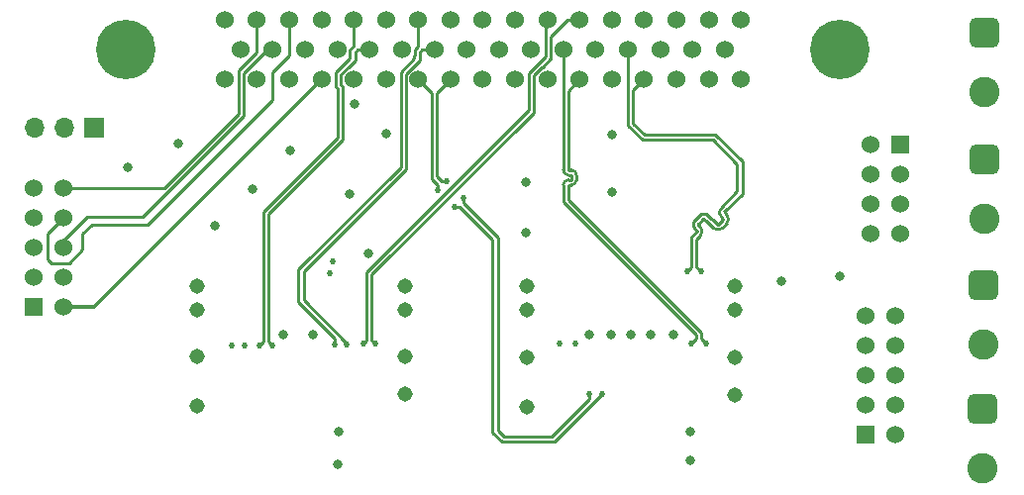
<source format=gbr>
%TF.GenerationSoftware,KiCad,Pcbnew,(6.0.4-0)*%
%TF.CreationDate,2023-07-13T10:21:46-07:00*%
%TF.ProjectId,CableAdapterBoard,4361626c-6541-4646-9170-746572426f61,rev?*%
%TF.SameCoordinates,Original*%
%TF.FileFunction,Copper,L2,Inr*%
%TF.FilePolarity,Positive*%
%FSLAX46Y46*%
G04 Gerber Fmt 4.6, Leading zero omitted, Abs format (unit mm)*
G04 Created by KiCad (PCBNEW (6.0.4-0)) date 2023-07-13 10:21:46*
%MOMM*%
%LPD*%
G01*
G04 APERTURE LIST*
G04 Aperture macros list*
%AMRoundRect*
0 Rectangle with rounded corners*
0 $1 Rounding radius*
0 $2 $3 $4 $5 $6 $7 $8 $9 X,Y pos of 4 corners*
0 Add a 4 corners polygon primitive as box body*
4,1,4,$2,$3,$4,$5,$6,$7,$8,$9,$2,$3,0*
0 Add four circle primitives for the rounded corners*
1,1,$1+$1,$2,$3*
1,1,$1+$1,$4,$5*
1,1,$1+$1,$6,$7*
1,1,$1+$1,$8,$9*
0 Add four rect primitives between the rounded corners*
20,1,$1+$1,$2,$3,$4,$5,0*
20,1,$1+$1,$4,$5,$6,$7,0*
20,1,$1+$1,$6,$7,$8,$9,0*
20,1,$1+$1,$8,$9,$2,$3,0*%
G04 Aperture macros list end*
%TA.AperFunction,ComponentPad*%
%ADD10R,1.700000X1.700000*%
%TD*%
%TA.AperFunction,ComponentPad*%
%ADD11O,1.700000X1.700000*%
%TD*%
%TA.AperFunction,ComponentPad*%
%ADD12C,1.308000*%
%TD*%
%TA.AperFunction,ComponentPad*%
%ADD13R,1.530000X1.530000*%
%TD*%
%TA.AperFunction,ComponentPad*%
%ADD14C,1.530000*%
%TD*%
%TA.AperFunction,ComponentPad*%
%ADD15RoundRect,0.650000X-0.650000X0.650000X-0.650000X-0.650000X0.650000X-0.650000X0.650000X0.650000X0*%
%TD*%
%TA.AperFunction,ComponentPad*%
%ADD16C,2.600000*%
%TD*%
%TA.AperFunction,ComponentPad*%
%ADD17C,1.524000*%
%TD*%
%TA.AperFunction,ComponentPad*%
%ADD18C,5.080000*%
%TD*%
%TA.AperFunction,ViaPad*%
%ADD19C,0.800000*%
%TD*%
%TA.AperFunction,ViaPad*%
%ADD20C,0.520700*%
%TD*%
%TA.AperFunction,Conductor*%
%ADD21C,0.228600*%
%TD*%
%TA.AperFunction,Conductor*%
%ADD22C,0.304800*%
%TD*%
G04 APERTURE END LIST*
D10*
%TO.N,DGND*%
%TO.C,JP1*%
X103610000Y-82200000D03*
D11*
%TO.N,/d-sub-shield*%
X101070000Y-82200000D03*
%TO.N,AGND*%
X98530000Y-82200000D03*
%TD*%
D12*
%TO.N,DGND*%
%TO.C,J21*%
X158425000Y-105040000D03*
X158425000Y-101800000D03*
X158425000Y-97800000D03*
X158425000Y-95770000D03*
X140625000Y-95770000D03*
X140625000Y-97800000D03*
X140625000Y-101800000D03*
X140625000Y-106040000D03*
%TD*%
D13*
%TO.N,AGND*%
%TO.C,J2*%
X169595000Y-108422500D03*
D14*
%TO.N,unconnected-(J2-Pad02)*%
X169595000Y-105882500D03*
%TO.N,unconnected-(J2-Pad03)*%
X169595000Y-103342500D03*
%TO.N,unconnected-(J2-Pad04)*%
X169595000Y-100802500D03*
%TO.N,AGND*%
X169595000Y-98262500D03*
%TO.N,unconnected-(J2-Pad06)*%
X172135000Y-108422500D03*
%TO.N,unconnected-(J2-Pad07)*%
X172135000Y-105882500D03*
%TO.N,unconnected-(J2-Pad08)*%
X172135000Y-103342500D03*
%TO.N,/VDD2_Sense*%
X172135000Y-100802500D03*
%TO.N,/VDD1_Sense*%
X172135000Y-98262500D03*
%TD*%
D15*
%TO.N,DGND*%
%TO.C,TP4*%
X179600000Y-106220000D03*
D16*
%TO.N,/VDD2_Sense*%
X179600000Y-111300000D03*
%TD*%
D13*
%TO.N,AGND*%
%TO.C,J3*%
X98495000Y-97497500D03*
D14*
X98495000Y-94957500D03*
X98495000Y-92417500D03*
X98495000Y-89877500D03*
X98495000Y-87337500D03*
%TO.N,/HS_Vdiff*%
X101035000Y-97497500D03*
%TO.N,unconnected-(J3-Pad07)*%
X101035000Y-94957500D03*
%TO.N,/ADC_MON_VIN_P*%
X101035000Y-92417500D03*
%TO.N,/ADC_MON_VCOM*%
X101035000Y-89877500D03*
%TO.N,/ADC_MON_VIN_N*%
X101035000Y-87337500D03*
%TD*%
D15*
%TO.N,AGND*%
%TO.C,TP2*%
X179720000Y-84890000D03*
D16*
%TO.N,/VDD1*%
X179720000Y-89970000D03*
%TD*%
D15*
%TO.N,DGND*%
%TO.C,TP3*%
X179770000Y-74100000D03*
D16*
%TO.N,/VDD2*%
X179770000Y-79180000D03*
%TD*%
D12*
%TO.N,DGND*%
%TO.C,J31*%
X130225000Y-104990000D03*
X130225000Y-101750000D03*
X130225000Y-97750000D03*
X130225000Y-95720000D03*
X112425000Y-95720000D03*
X112425000Y-97750000D03*
X112425000Y-101750000D03*
X112425000Y-105990000D03*
%TD*%
D13*
%TO.N,AGND*%
%TO.C,J1*%
X172595000Y-83665000D03*
D14*
X172595000Y-86205000D03*
X172595000Y-88745000D03*
X172595000Y-91285000D03*
%TO.N,/VDD2*%
X170055000Y-83665000D03*
X170055000Y-86205000D03*
%TO.N,/VDD1*%
X170055000Y-88745000D03*
X170055000Y-91285000D03*
%TD*%
D17*
%TO.N,DGND*%
%TO.C,DSUB1*%
X158938600Y-78086500D03*
%TO.N,/RD_CLK_P*%
X156195400Y-78086500D03*
%TO.N,DGND*%
X153426800Y-78086500D03*
%TO.N,/DATA_OUT_1_P*%
X150658200Y-78086500D03*
%TO.N,DGND*%
X147915000Y-78086500D03*
%TO.N,/DATA_OUT_0_P*%
X145146400Y-78086500D03*
%TO.N,DGND*%
X142377800Y-78086500D03*
%TO.N,/ASIC_SR0_P*%
X139634600Y-78086500D03*
%TO.N,DGND*%
X136866000Y-78086500D03*
%TO.N,/WORD_CLK_0_N*%
X134097400Y-78086500D03*
%TO.N,/WORD_CLK_0_P*%
X131354200Y-78086500D03*
%TO.N,DGND*%
X128585600Y-78086500D03*
%TO.N,AGND*%
X125817000Y-78086500D03*
%TO.N,/HS_Vdiff*%
X123073800Y-78086500D03*
%TO.N,/VDD1*%
X120305200Y-78086500D03*
X117536600Y-78086500D03*
%TO.N,AGND*%
X114793400Y-78086500D03*
%TO.N,/VDD2*%
X157567000Y-75546500D03*
%TO.N,/RD_CLK_N*%
X154798400Y-75546500D03*
%TO.N,DGND*%
X152055200Y-75546500D03*
%TO.N,/DATA_OUT_1_N*%
X149286600Y-75546500D03*
%TO.N,DGND*%
X146518000Y-75546500D03*
%TO.N,/DATA_OUT_0_N*%
X143749400Y-75546500D03*
%TO.N,/ASIC_GR*%
X141006200Y-75546500D03*
%TO.N,/ASIC_SR0_N*%
X138237600Y-75546500D03*
%TO.N,DGND*%
X135469000Y-75546500D03*
%TO.N,/SACI_CMD_P*%
X132725800Y-75546500D03*
%TO.N,DGND*%
X129957200Y-75546500D03*
%TO.N,/SACI_CLK_P*%
X127188600Y-75546500D03*
%TO.N,/ASIC_SACI_SEL*%
X124445400Y-75546500D03*
%TO.N,AGND*%
X121676800Y-75546500D03*
%TO.N,/ADC_MON_VIN_P*%
X118908200Y-75546500D03*
%TO.N,AGND*%
X116165000Y-75546500D03*
%TO.N,/VDD2*%
X158938600Y-73006500D03*
%TO.N,/ASIC_SampClkEn_P*%
X156195400Y-73006500D03*
%TO.N,/ASIC_SampClkEn_N*%
X153426800Y-73006500D03*
%TO.N,/VDD2_Sense*%
X150658200Y-73006500D03*
%TO.N,DGND*%
X147915000Y-73006500D03*
%TO.N,/SACI_RESP_P*%
X145146400Y-73006500D03*
%TO.N,/SACI_RESP_N*%
X142377800Y-73006500D03*
%TO.N,DGND*%
X139634600Y-73006500D03*
X136866000Y-73006500D03*
%TO.N,/ASIC_PULSE*%
X134097400Y-73006500D03*
%TO.N,/SACI_CMD_N*%
X131354200Y-73006500D03*
%TO.N,DGND*%
X128585600Y-73006500D03*
%TO.N,/SACI_CLK_N*%
X125817000Y-73006500D03*
%TO.N,AGND*%
X123073800Y-73006500D03*
%TO.N,/ADC_MON_VCOM*%
X120305200Y-73006500D03*
%TO.N,/ADC_MON_VIN_N*%
X117536600Y-73006500D03*
%TO.N,/VDD1_Sense*%
X114793400Y-73006500D03*
D18*
%TO.N,/d-sub-shield*%
X106309800Y-75546500D03*
X167422200Y-75546500D03*
%TD*%
D15*
%TO.N,AGND*%
%TO.C,TP1*%
X179670000Y-95630000D03*
D16*
%TO.N,/VDD1_Sense*%
X179670000Y-100710000D03*
%TD*%
D19*
%TO.N,DGND*%
X119840000Y-99900000D03*
X147920000Y-87730000D03*
X162420000Y-95360000D03*
X145980000Y-99900000D03*
X110800000Y-83560000D03*
X125520000Y-87840000D03*
X114000000Y-90600000D03*
X128610000Y-82720000D03*
X140580000Y-86820000D03*
X125910000Y-80150000D03*
X140580000Y-91140000D03*
X117200000Y-87460000D03*
X124520000Y-108170000D03*
X147920000Y-82770000D03*
X154610000Y-108190000D03*
X120390000Y-84110000D03*
X153170000Y-99890000D03*
X122320000Y-99900000D03*
X149560000Y-99890000D03*
X151260000Y-99890000D03*
X147840000Y-99890000D03*
D20*
%TO.N,/RD_CLK_P*%
X144760000Y-100620000D03*
%TO.N,/DATA_OUT_1_P*%
X155510001Y-94499989D03*
%TO.N,/DATA_OUT_0_P*%
X155970000Y-100620000D03*
%TO.N,/ASIC_SR0_P*%
X116480006Y-100819991D03*
%TO.N,/WORD_CLK_0_N*%
X145999987Y-104999993D03*
X133746240Y-86753776D03*
X135239430Y-88246966D03*
%TO.N,/WORD_CLK_0_P*%
X147049998Y-104999993D03*
X134496962Y-88989433D03*
X133003773Y-87496244D03*
D19*
%TO.N,AGND*%
X167390000Y-94890000D03*
X154600000Y-110660000D03*
X106540000Y-85610000D03*
X124450000Y-111020000D03*
D20*
%TO.N,/RD_CLK_N*%
X143460000Y-100630000D03*
%TO.N,/DATA_OUT_1_N*%
X154359991Y-94499989D03*
%TO.N,/DATA_OUT_0_N*%
X154700000Y-100620000D03*
%TO.N,/ASIC_SR0_N*%
X115380008Y-100819991D03*
%TO.N,/SACI_CMD_P*%
X125270006Y-100740007D03*
%TO.N,/SACI_CLK_P*%
X118869993Y-100800002D03*
D19*
%TO.N,/ASIC_SACI_SEL*%
X127125000Y-92925000D03*
D20*
%TO.N,/ASIC_SampClkEn_P*%
X124060001Y-93590008D03*
%TO.N,/ASIC_SampClkEn_N*%
X123820000Y-94620000D03*
%TO.N,/SACI_RESP_P*%
X127650011Y-100670004D03*
%TO.N,/SACI_RESP_N*%
X126629998Y-100670004D03*
%TO.N,/SACI_CMD_N*%
X124170000Y-100730000D03*
%TO.N,/SACI_CLK_N*%
X117780003Y-100800002D03*
%TD*%
D21*
%TO.N,/DATA_OUT_1_P*%
X157727027Y-89635595D02*
X157727028Y-89635595D01*
X155150001Y-91768199D02*
X155471600Y-91446600D01*
X156214344Y-90385655D02*
X156595656Y-90766968D01*
X155150001Y-94140001D02*
X155150001Y-91768199D01*
X157727028Y-89635595D02*
X157567927Y-89476494D01*
X155471600Y-90683978D02*
X155471601Y-90683976D01*
X155966575Y-90189005D02*
X156188787Y-90411217D01*
X150693200Y-82775000D02*
X149736601Y-81818401D01*
X155471601Y-90683976D02*
X155312501Y-90524876D01*
X155510000Y-94500000D02*
X155150001Y-94140001D01*
X155807474Y-90029904D02*
X155966575Y-90189005D01*
X159075000Y-87843200D02*
X159075000Y-85106800D01*
X156743200Y-82775000D02*
X150693200Y-82775000D01*
X149736601Y-79008099D02*
X150658200Y-78086500D01*
X159075000Y-85106800D02*
X156743200Y-82775000D01*
X157358279Y-90766968D02*
X157727028Y-90398218D01*
X157358280Y-90766968D02*
X157358279Y-90766968D01*
X149736601Y-81818401D02*
X149736601Y-79008099D01*
X155312501Y-90398652D02*
X155681250Y-90029904D01*
X156188787Y-90411217D02*
X156214344Y-90385655D01*
X157567927Y-89350270D02*
X159075000Y-87843200D01*
X157358279Y-90766967D02*
G75*
G02*
X156595657Y-90766967I-381311J381310D01*
G01*
X155312537Y-90398688D02*
G75*
G03*
X155312501Y-90524876I63063J-63112D01*
G01*
X155807474Y-90029904D02*
G75*
G03*
X155681250Y-90029904I-63112J-63111D01*
G01*
X155471589Y-90683989D02*
G75*
G02*
X155471600Y-91446600I-381289J-381311D01*
G01*
X157727034Y-89635588D02*
G75*
G02*
X157727028Y-90398218I-381334J-381312D01*
G01*
X157567945Y-89350288D02*
G75*
G03*
X157567927Y-89476494I63055J-63112D01*
G01*
%TO.N,/DATA_OUT_0_P*%
X155550001Y-99731801D02*
X144199401Y-88381201D01*
X155970000Y-100620000D02*
X155550001Y-100200001D01*
X144424400Y-85800599D02*
X144199400Y-85800599D01*
X144199400Y-85800599D02*
X144199401Y-79033499D01*
X155550001Y-100200001D02*
X155550001Y-99731801D01*
X144199401Y-79033499D02*
X145146400Y-78086500D01*
X144874400Y-86650599D02*
X144874400Y-86250599D01*
X144199401Y-88381201D02*
X144199400Y-87100599D01*
X144199400Y-87100599D02*
X144424400Y-87100599D01*
X144424400Y-85800600D02*
G75*
G02*
X144874400Y-86250599I0J-450000D01*
G01*
X144874399Y-86650599D02*
G75*
G02*
X144424400Y-87100599I-449999J-1D01*
G01*
%TO.N,/WORD_CLK_0_N*%
X138158600Y-91590404D02*
X135239430Y-88671234D01*
X132950801Y-79233099D02*
X132950800Y-80975000D01*
X138714690Y-108621400D02*
X138158600Y-108065310D01*
X132950800Y-80975000D02*
X132950800Y-86382601D01*
X145999987Y-104999993D02*
X145999987Y-105403425D01*
X132950800Y-86382601D02*
X133321967Y-86753768D01*
X145999987Y-105403425D02*
X142782012Y-108621400D01*
X142782012Y-108621400D02*
X138714690Y-108621400D01*
X135239430Y-88671234D02*
X135239430Y-88246966D01*
X133321967Y-86753768D02*
X133746232Y-86753768D01*
X134097400Y-78086500D02*
X132950801Y-79233099D01*
X138158600Y-108065310D02*
X138158600Y-91590404D01*
%TO.N,/WORD_CLK_0_P*%
X137701400Y-91771859D02*
X134918974Y-88989433D01*
X138525310Y-109078600D02*
X137701400Y-108254690D01*
X137701400Y-108254690D02*
X137701400Y-91771859D01*
X132500799Y-79233099D02*
X132500800Y-80975000D01*
X133003768Y-87071967D02*
X133003768Y-87496232D01*
X134918974Y-88989433D02*
X134496962Y-88989433D01*
X131354200Y-78086500D02*
X132500799Y-79233099D01*
X147049998Y-104999993D02*
X142971391Y-109078600D01*
X132500800Y-80975000D02*
X132500800Y-86568999D01*
X132500800Y-86568999D02*
X133003768Y-87071967D01*
X142971391Y-109078600D02*
X138525310Y-109078600D01*
D22*
%TO.N,/HS_Vdiff*%
X103662800Y-97497500D02*
X101035000Y-97497500D01*
X123073800Y-78086500D02*
X103662800Y-97497500D01*
D21*
%TO.N,/DATA_OUT_1_N*%
X156125675Y-89711704D02*
X156371491Y-89957520D01*
X155673659Y-89555886D02*
X155815089Y-89555880D01*
X154994302Y-90080453D02*
X155363051Y-89711705D01*
X156913856Y-90448768D02*
X156940935Y-90472648D01*
X155815089Y-89555880D02*
X155951701Y-89592479D01*
X157130465Y-89620729D02*
X157093858Y-89484107D01*
X155177286Y-91029256D02*
X155153401Y-91002177D01*
X156391635Y-89957518D02*
X156517072Y-90082930D01*
X156517072Y-90082930D02*
X156532543Y-90067456D01*
X155951701Y-89592479D02*
X156074185Y-89663189D01*
X154945745Y-90791618D02*
X154875028Y-90669122D01*
X154699999Y-91581801D02*
X155153401Y-91128401D01*
X154994301Y-90843077D02*
X154945745Y-90791618D01*
X154699999Y-94160001D02*
X154699999Y-91581801D01*
X157201186Y-89743220D02*
X157130465Y-89620729D01*
X157249728Y-89032070D02*
X158625000Y-87656800D01*
X150506800Y-83225000D02*
X149286600Y-82004800D01*
X155177292Y-91101329D02*
X155177286Y-91029256D01*
X154360000Y-94500000D02*
X154699999Y-94160001D01*
X157013001Y-90472648D02*
X157040080Y-90448768D01*
X157431568Y-89981344D02*
X157408829Y-89953794D01*
X157093861Y-89342666D02*
X157130475Y-89206046D01*
X157431564Y-90052464D02*
X157431568Y-89981344D01*
X154945775Y-90131943D02*
X154994302Y-90080453D01*
X154875028Y-90669122D02*
X154838425Y-90532497D01*
X156532543Y-90067456D02*
X156913856Y-90448768D01*
X158625000Y-87656800D02*
X158625000Y-85293200D01*
X157201203Y-89083558D02*
X157249728Y-89032070D01*
X155153401Y-91128401D02*
X155177292Y-91101329D01*
X157408829Y-90080018D02*
X157431564Y-90052464D01*
X155153401Y-91002177D02*
X154994301Y-90843077D01*
X154875047Y-90254432D02*
X154945775Y-90131943D01*
X157249728Y-89794693D02*
X157201186Y-89743220D01*
X154838425Y-90532497D02*
X154838432Y-90391054D01*
X154838432Y-90391054D02*
X154875047Y-90254432D01*
X156940935Y-90472648D02*
X157013001Y-90472648D01*
X157130475Y-89206046D02*
X157201203Y-89083558D01*
X157093858Y-89484107D02*
X157093861Y-89342666D01*
X157040080Y-90448768D02*
X157408829Y-90080018D01*
X156371491Y-89957520D02*
X156391635Y-89957518D01*
X155363051Y-89711705D02*
X155414573Y-89663221D01*
X158625000Y-85293200D02*
X156556800Y-83225000D01*
X156074185Y-89663189D02*
X156125674Y-89711706D01*
X149286600Y-82004800D02*
X149286600Y-75546500D01*
X156125674Y-89711706D02*
X156125675Y-89711704D01*
X155537051Y-89592499D02*
X155673659Y-89555886D01*
X157408829Y-89953794D02*
X157249728Y-89794693D01*
X156556800Y-83225000D02*
X150506800Y-83225000D01*
X155414573Y-89663221D02*
X155537051Y-89592499D01*
%TO.N,/DATA_OUT_0_N*%
X144424400Y-86650599D02*
X144424400Y-86250599D01*
X155099999Y-100220001D02*
X155099999Y-99918199D01*
X154700000Y-100620000D02*
X155099999Y-100220001D01*
X144199400Y-86650599D02*
X144424400Y-86650599D01*
X155099999Y-99918199D02*
X143749400Y-88567600D01*
X143749400Y-85800599D02*
X143749400Y-75546500D01*
X143749400Y-88567600D02*
X143749400Y-87100599D01*
X144424400Y-86250599D02*
X144199400Y-86250599D01*
X143749401Y-85800599D02*
G75*
G03*
X144199400Y-86250599I449999J-1D01*
G01*
X144199400Y-86650600D02*
G75*
G03*
X143749400Y-87100599I0J-450000D01*
G01*
%TO.N,/SACI_CMD_P*%
X125270000Y-100651800D02*
X121556557Y-96938357D01*
X131468702Y-76470794D02*
X131468702Y-75750197D01*
X125270000Y-100740000D02*
X125270000Y-100651800D01*
X131468702Y-75750197D02*
X131672399Y-75546500D01*
X130278389Y-77640883D02*
X130908583Y-77010689D01*
X121556557Y-96938357D02*
X121556557Y-94511643D01*
X130292689Y-78546417D02*
X130278389Y-78532117D01*
X121556557Y-94511643D02*
X130300000Y-85768200D01*
X130292689Y-78898941D02*
X130292689Y-78546417D01*
X130300000Y-78906252D02*
X130292689Y-78898941D01*
X131672399Y-75546500D02*
X132725800Y-75546500D01*
X130908583Y-77010689D02*
X130928807Y-77010689D01*
X130928807Y-77010689D02*
X131468702Y-76470794D01*
X130300000Y-85768200D02*
X130300000Y-78906252D01*
X130278389Y-78532117D02*
X130278389Y-77640883D01*
%TO.N,/SACI_CLK_P*%
X125371383Y-77010689D02*
X125391607Y-77010689D01*
X125956902Y-75724797D02*
X126135199Y-75546500D01*
X125956902Y-76445394D02*
X125956902Y-75724797D01*
X124875000Y-78665928D02*
X124741189Y-78532117D01*
X124875000Y-83218200D02*
X124875000Y-78665928D01*
X118550001Y-100480001D02*
X118550001Y-89543199D01*
X118550001Y-89543199D02*
X124875000Y-83218200D01*
X126135199Y-75546500D02*
X127188600Y-75546500D01*
X125391607Y-77010689D02*
X125956902Y-76445394D01*
X124741189Y-77640883D02*
X125371383Y-77010689D01*
X124741189Y-78532117D02*
X124741189Y-77640883D01*
X118870000Y-100800000D02*
X118550001Y-100480001D01*
%TO.N,/ADC_MON_VIN_P*%
X118908200Y-75546500D02*
X118423500Y-75546500D01*
X103050000Y-89850000D02*
X101035000Y-91865000D01*
X101035000Y-91865000D02*
X101035000Y-92417500D01*
X118423500Y-75546500D02*
X116460789Y-77509211D01*
X116460789Y-81157411D02*
X107768200Y-89850000D01*
X107768200Y-89850000D02*
X103050000Y-89850000D01*
X116460789Y-77509211D02*
X116460789Y-81157411D01*
%TO.N,/SACI_RESP_P*%
X142687889Y-75086583D02*
X142687889Y-74434517D01*
X127650000Y-100670000D02*
X127350001Y-100370001D01*
X142687889Y-76275207D02*
X142687889Y-76006417D01*
X141225000Y-77738096D02*
X141301989Y-77661107D01*
X142673589Y-75992117D02*
X142673589Y-75100883D01*
X127350001Y-94768199D02*
X141225000Y-80893200D01*
X144115906Y-73006500D02*
X145146400Y-73006500D01*
X141225000Y-80893200D02*
X141225000Y-77738096D01*
X141932183Y-77010689D02*
X141952407Y-77010689D01*
X127350001Y-100370001D02*
X127350001Y-94768199D01*
X142673589Y-75100883D02*
X142687889Y-75086583D01*
X141301989Y-77640883D02*
X141932183Y-77010689D01*
X142687889Y-74434517D02*
X144115906Y-73006500D01*
X141952407Y-77010689D02*
X142687889Y-76275207D01*
X141301989Y-77661107D02*
X141301989Y-77640883D01*
X142687889Y-76006417D02*
X142673589Y-75992117D01*
%TO.N,/SACI_RESP_N*%
X126899999Y-100400001D02*
X126899999Y-94581801D01*
X126899999Y-94581801D02*
X140765900Y-80715900D01*
X142237898Y-73146402D02*
X142377800Y-73006500D01*
X140765900Y-80715900D02*
X140765900Y-77560813D01*
X140765900Y-77560813D02*
X142237898Y-76088815D01*
X142377800Y-73006500D02*
X142377800Y-73027800D01*
X126630000Y-100670000D02*
X126899999Y-100400001D01*
X142237898Y-76088815D02*
X142237898Y-73146402D01*
%TO.N,/SACI_CMD_N*%
X129850000Y-77453113D02*
X131018711Y-76284402D01*
X129850000Y-85581800D02*
X129850000Y-77453113D01*
X124240000Y-100730000D02*
X124240000Y-100258200D01*
X121106557Y-97124757D02*
X121106557Y-94325243D01*
X124240000Y-100258200D02*
X121106557Y-97124757D01*
X131354200Y-75228301D02*
X131354200Y-73006500D01*
X131033011Y-75549490D02*
X131354200Y-75228301D01*
X131018711Y-76284402D02*
X131018711Y-76006417D01*
X121106557Y-94325243D02*
X129850000Y-85581800D01*
X131018711Y-76006417D02*
X131033011Y-75992117D01*
X131033011Y-75992117D02*
X131033011Y-75549490D01*
%TO.N,/SACI_CLK_N*%
X125506911Y-76259002D02*
X125506911Y-76006417D01*
X124425000Y-83031800D02*
X124425000Y-78832087D01*
X124305498Y-77460415D02*
X125506911Y-76259002D01*
X117780000Y-100800000D02*
X118099999Y-100480001D01*
X125521211Y-75992117D02*
X125521211Y-75524090D01*
X118099999Y-89356801D02*
X124425000Y-83031800D01*
X125521211Y-75524090D02*
X125817000Y-75228301D01*
X125817000Y-75228301D02*
X125817000Y-73006500D01*
X124305498Y-78712586D02*
X124305498Y-77460415D01*
X124425000Y-78832087D02*
X124305498Y-78712586D01*
X125506911Y-76006417D02*
X125521211Y-75992117D01*
X118099999Y-100480001D02*
X118099999Y-89356801D01*
%TO.N,/ADC_MON_VCOM*%
X102650000Y-91275000D02*
X102650000Y-92650000D01*
X120305200Y-73006500D02*
X120305200Y-76044800D01*
X102650000Y-92650000D02*
X101525000Y-93775000D01*
X99675000Y-93475000D02*
X99675000Y-91237500D01*
X108225000Y-90475000D02*
X103450000Y-90475000D01*
X118875000Y-79825000D02*
X108225000Y-90475000D01*
X99975000Y-93775000D02*
X99675000Y-93475000D01*
X101525000Y-93775000D02*
X99975000Y-93775000D01*
X118875000Y-77475000D02*
X118875000Y-79825000D01*
X120305200Y-76044800D02*
X118875000Y-77475000D01*
X103450000Y-90475000D02*
X102650000Y-91275000D01*
X99675000Y-91237500D02*
X101035000Y-89877500D01*
%TO.N,/ADC_MON_VIN_N*%
X117536600Y-75793400D02*
X116010000Y-77320000D01*
X117536600Y-73006500D02*
X117536600Y-75793400D01*
X116010000Y-80971800D02*
X109644300Y-87337500D01*
X109644300Y-87337500D02*
X101035000Y-87337500D01*
X116010000Y-77320000D02*
X116010000Y-80971800D01*
%TD*%
M02*

</source>
